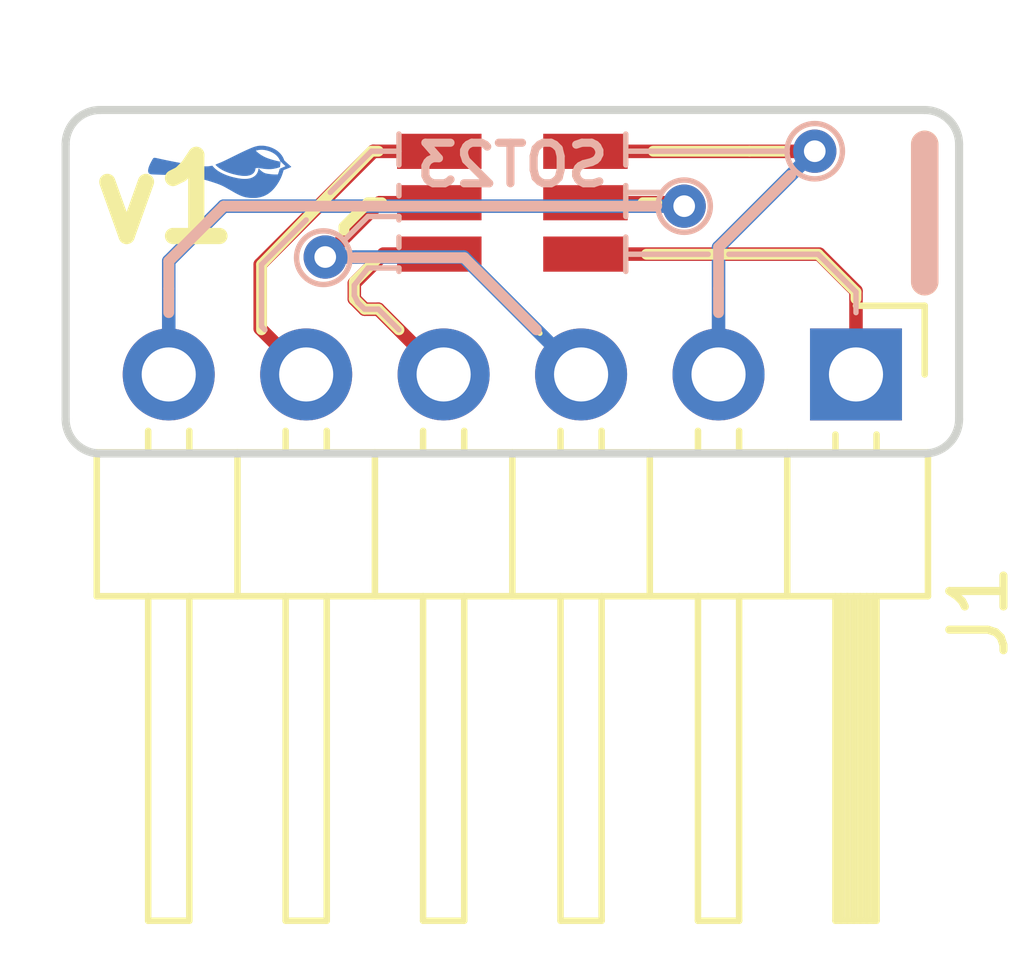
<source format=kicad_pcb>
(kicad_pcb (version 20171130) (host pcbnew "(5.0.0-3-g5ebb6b6)")

  (general
    (thickness 1.6)
    (drawings 81)
    (tracks 32)
    (zones 0)
    (modules 3)
    (nets 7)
  )

  (page A4)
  (layers
    (0 F.Cu signal)
    (31 B.Cu signal)
    (32 B.Adhes user)
    (33 F.Adhes user)
    (34 B.Paste user)
    (35 F.Paste user)
    (36 B.SilkS user)
    (37 F.SilkS user)
    (38 B.Mask user)
    (39 F.Mask user)
    (40 Dwgs.User user)
    (41 Cmts.User user)
    (42 Eco1.User user)
    (43 Eco2.User user)
    (44 Edge.Cuts user)
    (45 Margin user)
    (46 B.CrtYd user)
    (47 F.CrtYd user)
    (48 B.Fab user)
    (49 F.Fab user)
  )

  (setup
    (last_trace_width 0.25)
    (trace_clearance 0.2)
    (zone_clearance 0.508)
    (zone_45_only no)
    (trace_min 0.2)
    (segment_width 0.1)
    (edge_width 0.15)
    (via_size 0.8)
    (via_drill 0.4)
    (via_min_size 0.4)
    (via_min_drill 0.3)
    (uvia_size 0.3)
    (uvia_drill 0.1)
    (uvias_allowed no)
    (uvia_min_size 0.2)
    (uvia_min_drill 0.1)
    (pcb_text_width 0.3)
    (pcb_text_size 1.5 1.5)
    (mod_edge_width 0.15)
    (mod_text_size 1 1)
    (mod_text_width 0.15)
    (pad_size 1.524 1.524)
    (pad_drill 0.762)
    (pad_to_mask_clearance 0.2)
    (aux_axis_origin 0 0)
    (visible_elements FFFFFF7F)
    (pcbplotparams
      (layerselection 0x010fc_ffffffff)
      (usegerberextensions false)
      (usegerberattributes false)
      (usegerberadvancedattributes false)
      (creategerberjobfile false)
      (excludeedgelayer true)
      (linewidth 0.100000)
      (plotframeref false)
      (viasonmask false)
      (mode 1)
      (useauxorigin false)
      (hpglpennumber 1)
      (hpglpenspeed 20)
      (hpglpendiameter 15.000000)
      (psnegative false)
      (psa4output false)
      (plotreference true)
      (plotvalue true)
      (plotinvisibletext false)
      (padsonsilk false)
      (subtractmaskfromsilk false)
      (outputformat 1)
      (mirror false)
      (drillshape 1)
      (scaleselection 1)
      (outputdirectory ""))
  )

  (net 0 "")
  (net 1 "Net-(J1-Pad1)")
  (net 2 "Net-(J1-Pad2)")
  (net 3 "Net-(J1-Pad3)")
  (net 4 "Net-(J1-Pad4)")
  (net 5 "Net-(J1-Pad5)")
  (net 6 "Net-(J1-Pad6)")

  (net_class Default "This is the default net class."
    (clearance 0.2)
    (trace_width 0.25)
    (via_dia 0.8)
    (via_drill 0.4)
    (uvia_dia 0.3)
    (uvia_drill 0.1)
    (add_net "Net-(J1-Pad1)")
    (add_net "Net-(J1-Pad2)")
    (add_net "Net-(J1-Pad3)")
    (add_net "Net-(J1-Pad4)")
    (add_net "Net-(J1-Pad5)")
    (add_net "Net-(J1-Pad6)")
  )

  (module Package_TO_SOT_SMD:SOT-23-6_Handsoldering (layer F.Cu) (tedit 5BF62982) (tstamp 5C026A12)
    (at 149.86 77.9145 180)
    (descr "6-pin SOT-23 package, Handsoldering")
    (tags "SOT-23-6 Handsoldering")
    (path /5BF624E5)
    (attr smd)
    (fp_text reference U1 (at 0 -2.9 180) (layer F.SilkS) hide
      (effects (font (size 1 1) (thickness 0.15)))
    )
    (fp_text value TPS22929D (at 0 2.9 180) (layer F.Fab)
      (effects (font (size 1 1) (thickness 0.15)))
    )
    (fp_text user %R (at 0 0 270) (layer F.Fab)
      (effects (font (size 0.5 0.5) (thickness 0.075)))
    )
    (fp_line (start -2.4 1.8) (end -2.4 -1.8) (layer F.CrtYd) (width 0.05))
    (fp_line (start 2.4 1.8) (end -2.4 1.8) (layer F.CrtYd) (width 0.05))
    (fp_line (start 2.4 -1.8) (end 2.4 1.8) (layer F.CrtYd) (width 0.05))
    (fp_line (start -2.4 -1.8) (end 2.4 -1.8) (layer F.CrtYd) (width 0.05))
    (fp_line (start -0.9 -0.9) (end -0.25 -1.55) (layer F.Fab) (width 0.1))
    (fp_line (start 0.9 -1.55) (end -0.25 -1.55) (layer F.Fab) (width 0.1))
    (fp_line (start -0.9 -0.9) (end -0.9 1.55) (layer F.Fab) (width 0.1))
    (fp_line (start 0.9 1.55) (end -0.9 1.55) (layer F.Fab) (width 0.1))
    (fp_line (start 0.9 -1.55) (end 0.9 1.55) (layer F.Fab) (width 0.1))
    (pad 1 smd rect (at -1.35 -0.95 180) (size 1.56 0.65) (layers F.Cu F.Paste F.Mask)
      (net 1 "Net-(J1-Pad1)"))
    (pad 2 smd rect (at -1.35 0 180) (size 1.56 0.65) (layers F.Cu F.Paste F.Mask)
      (net 6 "Net-(J1-Pad6)"))
    (pad 3 smd rect (at -1.35 0.95 180) (size 1.56 0.65) (layers F.Cu F.Paste F.Mask)
      (net 2 "Net-(J1-Pad2)"))
    (pad 4 smd rect (at 1.35 0.95 180) (size 1.56 0.65) (layers F.Cu F.Paste F.Mask)
      (net 5 "Net-(J1-Pad5)"))
    (pad 6 smd rect (at 1.35 -0.95 180) (size 1.56 0.65) (layers F.Cu F.Paste F.Mask)
      (net 4 "Net-(J1-Pad4)"))
    (pad 5 smd rect (at 1.35 0 180) (size 1.56 0.65) (layers F.Cu F.Paste F.Mask)
      (net 3 "Net-(J1-Pad3)"))
    (model ${KISYS3DMOD}/Package_TO_SOT_SMD.3dshapes/SOT-23-6.wrl
      (at (xyz 0 0 0))
      (scale (xyz 1 1 1))
      (rotate (xyz 0 0 0))
    )
  )

  (module Connector_PinHeader_2.54mm:PinHeader_1x06_P2.54mm_Horizontal (layer F.Cu) (tedit 59FED5CB) (tstamp 5C026460)
    (at 156.21 81.0895 270)
    (descr "Through hole angled pin header, 1x06, 2.54mm pitch, 6mm pin length, single row")
    (tags "Through hole angled pin header THT 1x06 2.54mm single row")
    (path /5BF6238F)
    (fp_text reference J1 (at 4.385 -2.27 270) (layer F.SilkS)
      (effects (font (size 1 1) (thickness 0.15)))
    )
    (fp_text value Conn_01x06_Male (at 4.385 14.97 270) (layer F.Fab)
      (effects (font (size 1 1) (thickness 0.15)))
    )
    (fp_line (start 2.135 -1.27) (end 4.04 -1.27) (layer F.Fab) (width 0.1))
    (fp_line (start 4.04 -1.27) (end 4.04 13.97) (layer F.Fab) (width 0.1))
    (fp_line (start 4.04 13.97) (end 1.5 13.97) (layer F.Fab) (width 0.1))
    (fp_line (start 1.5 13.97) (end 1.5 -0.635) (layer F.Fab) (width 0.1))
    (fp_line (start 1.5 -0.635) (end 2.135 -1.27) (layer F.Fab) (width 0.1))
    (fp_line (start -0.32 -0.32) (end 1.5 -0.32) (layer F.Fab) (width 0.1))
    (fp_line (start -0.32 -0.32) (end -0.32 0.32) (layer F.Fab) (width 0.1))
    (fp_line (start -0.32 0.32) (end 1.5 0.32) (layer F.Fab) (width 0.1))
    (fp_line (start 4.04 -0.32) (end 10.04 -0.32) (layer F.Fab) (width 0.1))
    (fp_line (start 10.04 -0.32) (end 10.04 0.32) (layer F.Fab) (width 0.1))
    (fp_line (start 4.04 0.32) (end 10.04 0.32) (layer F.Fab) (width 0.1))
    (fp_line (start -0.32 2.22) (end 1.5 2.22) (layer F.Fab) (width 0.1))
    (fp_line (start -0.32 2.22) (end -0.32 2.86) (layer F.Fab) (width 0.1))
    (fp_line (start -0.32 2.86) (end 1.5 2.86) (layer F.Fab) (width 0.1))
    (fp_line (start 4.04 2.22) (end 10.04 2.22) (layer F.Fab) (width 0.1))
    (fp_line (start 10.04 2.22) (end 10.04 2.86) (layer F.Fab) (width 0.1))
    (fp_line (start 4.04 2.86) (end 10.04 2.86) (layer F.Fab) (width 0.1))
    (fp_line (start -0.32 4.76) (end 1.5 4.76) (layer F.Fab) (width 0.1))
    (fp_line (start -0.32 4.76) (end -0.32 5.4) (layer F.Fab) (width 0.1))
    (fp_line (start -0.32 5.4) (end 1.5 5.4) (layer F.Fab) (width 0.1))
    (fp_line (start 4.04 4.76) (end 10.04 4.76) (layer F.Fab) (width 0.1))
    (fp_line (start 10.04 4.76) (end 10.04 5.4) (layer F.Fab) (width 0.1))
    (fp_line (start 4.04 5.4) (end 10.04 5.4) (layer F.Fab) (width 0.1))
    (fp_line (start -0.32 7.3) (end 1.5 7.3) (layer F.Fab) (width 0.1))
    (fp_line (start -0.32 7.3) (end -0.32 7.94) (layer F.Fab) (width 0.1))
    (fp_line (start -0.32 7.94) (end 1.5 7.94) (layer F.Fab) (width 0.1))
    (fp_line (start 4.04 7.3) (end 10.04 7.3) (layer F.Fab) (width 0.1))
    (fp_line (start 10.04 7.3) (end 10.04 7.94) (layer F.Fab) (width 0.1))
    (fp_line (start 4.04 7.94) (end 10.04 7.94) (layer F.Fab) (width 0.1))
    (fp_line (start -0.32 9.84) (end 1.5 9.84) (layer F.Fab) (width 0.1))
    (fp_line (start -0.32 9.84) (end -0.32 10.48) (layer F.Fab) (width 0.1))
    (fp_line (start -0.32 10.48) (end 1.5 10.48) (layer F.Fab) (width 0.1))
    (fp_line (start 4.04 9.84) (end 10.04 9.84) (layer F.Fab) (width 0.1))
    (fp_line (start 10.04 9.84) (end 10.04 10.48) (layer F.Fab) (width 0.1))
    (fp_line (start 4.04 10.48) (end 10.04 10.48) (layer F.Fab) (width 0.1))
    (fp_line (start -0.32 12.38) (end 1.5 12.38) (layer F.Fab) (width 0.1))
    (fp_line (start -0.32 12.38) (end -0.32 13.02) (layer F.Fab) (width 0.1))
    (fp_line (start -0.32 13.02) (end 1.5 13.02) (layer F.Fab) (width 0.1))
    (fp_line (start 4.04 12.38) (end 10.04 12.38) (layer F.Fab) (width 0.1))
    (fp_line (start 10.04 12.38) (end 10.04 13.02) (layer F.Fab) (width 0.1))
    (fp_line (start 4.04 13.02) (end 10.04 13.02) (layer F.Fab) (width 0.1))
    (fp_line (start 1.44 -1.33) (end 1.44 14.03) (layer F.SilkS) (width 0.12))
    (fp_line (start 1.44 14.03) (end 4.1 14.03) (layer F.SilkS) (width 0.12))
    (fp_line (start 4.1 14.03) (end 4.1 -1.33) (layer F.SilkS) (width 0.12))
    (fp_line (start 4.1 -1.33) (end 1.44 -1.33) (layer F.SilkS) (width 0.12))
    (fp_line (start 4.1 -0.38) (end 10.1 -0.38) (layer F.SilkS) (width 0.12))
    (fp_line (start 10.1 -0.38) (end 10.1 0.38) (layer F.SilkS) (width 0.12))
    (fp_line (start 10.1 0.38) (end 4.1 0.38) (layer F.SilkS) (width 0.12))
    (fp_line (start 4.1 -0.32) (end 10.1 -0.32) (layer F.SilkS) (width 0.12))
    (fp_line (start 4.1 -0.2) (end 10.1 -0.2) (layer F.SilkS) (width 0.12))
    (fp_line (start 4.1 -0.08) (end 10.1 -0.08) (layer F.SilkS) (width 0.12))
    (fp_line (start 4.1 0.04) (end 10.1 0.04) (layer F.SilkS) (width 0.12))
    (fp_line (start 4.1 0.16) (end 10.1 0.16) (layer F.SilkS) (width 0.12))
    (fp_line (start 4.1 0.28) (end 10.1 0.28) (layer F.SilkS) (width 0.12))
    (fp_line (start 1.11 -0.38) (end 1.44 -0.38) (layer F.SilkS) (width 0.12))
    (fp_line (start 1.11 0.38) (end 1.44 0.38) (layer F.SilkS) (width 0.12))
    (fp_line (start 1.44 1.27) (end 4.1 1.27) (layer F.SilkS) (width 0.12))
    (fp_line (start 4.1 2.16) (end 10.1 2.16) (layer F.SilkS) (width 0.12))
    (fp_line (start 10.1 2.16) (end 10.1 2.92) (layer F.SilkS) (width 0.12))
    (fp_line (start 10.1 2.92) (end 4.1 2.92) (layer F.SilkS) (width 0.12))
    (fp_line (start 1.042929 2.16) (end 1.44 2.16) (layer F.SilkS) (width 0.12))
    (fp_line (start 1.042929 2.92) (end 1.44 2.92) (layer F.SilkS) (width 0.12))
    (fp_line (start 1.44 3.81) (end 4.1 3.81) (layer F.SilkS) (width 0.12))
    (fp_line (start 4.1 4.7) (end 10.1 4.7) (layer F.SilkS) (width 0.12))
    (fp_line (start 10.1 4.7) (end 10.1 5.46) (layer F.SilkS) (width 0.12))
    (fp_line (start 10.1 5.46) (end 4.1 5.46) (layer F.SilkS) (width 0.12))
    (fp_line (start 1.042929 4.7) (end 1.44 4.7) (layer F.SilkS) (width 0.12))
    (fp_line (start 1.042929 5.46) (end 1.44 5.46) (layer F.SilkS) (width 0.12))
    (fp_line (start 1.44 6.35) (end 4.1 6.35) (layer F.SilkS) (width 0.12))
    (fp_line (start 4.1 7.24) (end 10.1 7.24) (layer F.SilkS) (width 0.12))
    (fp_line (start 10.1 7.24) (end 10.1 8) (layer F.SilkS) (width 0.12))
    (fp_line (start 10.1 8) (end 4.1 8) (layer F.SilkS) (width 0.12))
    (fp_line (start 1.042929 7.24) (end 1.44 7.24) (layer F.SilkS) (width 0.12))
    (fp_line (start 1.042929 8) (end 1.44 8) (layer F.SilkS) (width 0.12))
    (fp_line (start 1.44 8.89) (end 4.1 8.89) (layer F.SilkS) (width 0.12))
    (fp_line (start 4.1 9.78) (end 10.1 9.78) (layer F.SilkS) (width 0.12))
    (fp_line (start 10.1 9.78) (end 10.1 10.54) (layer F.SilkS) (width 0.12))
    (fp_line (start 10.1 10.54) (end 4.1 10.54) (layer F.SilkS) (width 0.12))
    (fp_line (start 1.042929 9.78) (end 1.44 9.78) (layer F.SilkS) (width 0.12))
    (fp_line (start 1.042929 10.54) (end 1.44 10.54) (layer F.SilkS) (width 0.12))
    (fp_line (start 1.44 11.43) (end 4.1 11.43) (layer F.SilkS) (width 0.12))
    (fp_line (start 4.1 12.32) (end 10.1 12.32) (layer F.SilkS) (width 0.12))
    (fp_line (start 10.1 12.32) (end 10.1 13.08) (layer F.SilkS) (width 0.12))
    (fp_line (start 10.1 13.08) (end 4.1 13.08) (layer F.SilkS) (width 0.12))
    (fp_line (start 1.042929 12.32) (end 1.44 12.32) (layer F.SilkS) (width 0.12))
    (fp_line (start 1.042929 13.08) (end 1.44 13.08) (layer F.SilkS) (width 0.12))
    (fp_line (start -1.27 0) (end -1.27 -1.27) (layer F.SilkS) (width 0.12))
    (fp_line (start -1.27 -1.27) (end 0 -1.27) (layer F.SilkS) (width 0.12))
    (fp_line (start -1.8 -1.8) (end -1.8 14.5) (layer F.CrtYd) (width 0.05))
    (fp_line (start -1.8 14.5) (end 10.55 14.5) (layer F.CrtYd) (width 0.05))
    (fp_line (start 10.55 14.5) (end 10.55 -1.8) (layer F.CrtYd) (width 0.05))
    (fp_line (start 10.55 -1.8) (end -1.8 -1.8) (layer F.CrtYd) (width 0.05))
    (fp_text user %R (at 2.77 6.35) (layer F.Fab)
      (effects (font (size 1 1) (thickness 0.15)))
    )
    (pad 1 thru_hole rect (at 0 0 270) (size 1.7 1.7) (drill 1) (layers *.Cu *.Mask)
      (net 1 "Net-(J1-Pad1)"))
    (pad 2 thru_hole oval (at 0 2.54 270) (size 1.7 1.7) (drill 1) (layers *.Cu *.Mask)
      (net 2 "Net-(J1-Pad2)"))
    (pad 3 thru_hole oval (at 0 5.08 270) (size 1.7 1.7) (drill 1) (layers *.Cu *.Mask)
      (net 3 "Net-(J1-Pad3)"))
    (pad 4 thru_hole oval (at 0 7.62 270) (size 1.7 1.7) (drill 1) (layers *.Cu *.Mask)
      (net 4 "Net-(J1-Pad4)"))
    (pad 5 thru_hole oval (at 0 10.16 270) (size 1.7 1.7) (drill 1) (layers *.Cu *.Mask)
      (net 5 "Net-(J1-Pad5)"))
    (pad 6 thru_hole oval (at 0 12.7 270) (size 1.7 1.7) (drill 1) (layers *.Cu *.Mask)
      (net 6 "Net-(J1-Pad6)"))
    (model ${KISYS3DMOD}/Connector_PinHeader_2.54mm.3dshapes/PinHeader_1x06_P2.54mm_Horizontal.wrl
      (at (xyz 0 0 0))
      (scale (xyz 1 1 1))
      (rotate (xyz 0 0 0))
    )
  )

  (module chickadee:chickadee_1mm_fcu (layer B.Cu) (tedit 0) (tstamp 5C0E4512)
    (at 144.4625 77.343 180)
    (fp_text reference G*** (at 0 0 180) (layer B.SilkS) hide
      (effects (font (size 1.524 1.524) (thickness 0.3)) (justify mirror))
    )
    (fp_text value LOGO (at 0.75 0 180) (layer B.SilkS) hide
      (effects (font (size 1.524 1.524) (thickness 0.3)) (justify mirror))
    )
    (fp_poly (pts (xy -0.740218 0.506365) (xy -0.727246 0.505756) (xy -0.714938 0.504703) (xy -0.702716 0.50316)
      (xy -0.690001 0.501082) (xy -0.681416 0.499466) (xy -0.668742 0.496844) (xy -0.656651 0.494038)
      (xy -0.644785 0.490934) (xy -0.632786 0.487418) (xy -0.620294 0.483375) (xy -0.606953 0.478691)
      (xy -0.592402 0.473251) (xy -0.576284 0.466941) (xy -0.56409 0.462032) (xy -0.5479 0.455381)
      (xy -0.531464 0.448477) (xy -0.514643 0.441253) (xy -0.497298 0.433646) (xy -0.479292 0.42559)
      (xy -0.460485 0.417021) (xy -0.440738 0.407873) (xy -0.419914 0.398081) (xy -0.397874 0.38758)
      (xy -0.374478 0.376306) (xy -0.349589 0.364193) (xy -0.323068 0.351176) (xy -0.294776 0.337191)
      (xy -0.264575 0.322172) (xy -0.244771 0.312282) (xy -0.216755 0.298298) (xy -0.190721 0.285361)
      (xy -0.166506 0.273396) (xy -0.143949 0.262329) (xy -0.122888 0.252085) (xy -0.103161 0.242591)
      (xy -0.084605 0.233772) (xy -0.06706 0.225553) (xy -0.050362 0.21786) (xy -0.034351 0.210619)
      (xy -0.018864 0.203756) (xy -0.003738 0.197195) (xy 0.011187 0.190863) (xy 0.026074 0.184686)
      (xy 0.041084 0.178588) (xy 0.05638 0.172496) (xy 0.072124 0.166335) (xy 0.078014 0.164054)
      (xy 0.086239 0.16087) (xy 0.093878 0.157898) (xy 0.100592 0.15527) (xy 0.106042 0.153121)
      (xy 0.10989 0.151582) (xy 0.111739 0.150813) (xy 0.115226 0.14925) (xy 0.106187 0.138427)
      (xy 0.091936 0.122587) (xy 0.075546 0.106554) (xy 0.057264 0.090517) (xy 0.03734 0.074664)
      (xy 0.016022 0.059185) (xy -0.006442 0.044268) (xy -0.029801 0.030102) (xy -0.053808 0.016876)
      (xy -0.054429 0.016551) (xy -0.085769 0.001162) (xy -0.119063 -0.013354) (xy -0.153971 -0.026898)
      (xy -0.190155 -0.03937) (xy -0.227276 -0.050672) (xy -0.264996 -0.060705) (xy -0.302977 -0.069369)
      (xy -0.340879 -0.076567) (xy -0.378365 -0.082198) (xy -0.401562 -0.084891) (xy -0.408439 -0.085432)
      (xy -0.417079 -0.085856) (xy -0.427032 -0.086164) (xy -0.437848 -0.086356) (xy -0.449077 -0.086432)
      (xy -0.460268 -0.086392) (xy -0.470971 -0.086235) (xy -0.480737 -0.085962) (xy -0.489114 -0.085572)
      (xy -0.495654 -0.085066) (xy -0.497115 -0.084901) (xy -0.521178 -0.08105) (xy -0.543361 -0.075721)
      (xy -0.563654 -0.068916) (xy -0.582044 -0.06064) (xy -0.598522 -0.050896) (xy -0.604822 -0.046404)
      (xy -0.618758 -0.034555) (xy -0.630647 -0.021498) (xy -0.640609 -0.007068) (xy -0.648764 0.008901)
      (xy -0.652863 0.019352) (xy -0.656022 0.029007) (xy -0.658281 0.037785) (xy -0.659761 0.046453)
      (xy -0.660585 0.055776) (xy -0.660874 0.06652) (xy -0.660876 0.069704) (xy -0.660808 0.089212)
      (xy -0.668705 0.090022) (xy -0.676603 0.090831) (xy -0.685132 0.085027) (xy -0.693662 0.079224)
      (xy -0.694015 0.067733) (xy -0.693479 0.051628) (xy -0.691017 0.034785) (xy -0.686778 0.017706)
      (xy -0.680911 0.000896) (xy -0.673565 -0.015142) (xy -0.665172 -0.029481) (xy -0.652904 -0.045887)
      (xy -0.638847 -0.060669) (xy -0.623008 -0.073824) (xy -0.605394 -0.085348) (xy -0.586013 -0.095238)
      (xy -0.56487 -0.103489) (xy -0.541975 -0.110098) (xy -0.517333 -0.115063) (xy -0.490951 -0.118378)
      (xy -0.487918 -0.118644) (xy -0.478325 -0.11922) (xy -0.466867 -0.119531) (xy -0.454084 -0.11959)
      (xy -0.440513 -0.11941) (xy -0.426694 -0.119005) (xy -0.413164 -0.118386) (xy -0.400463 -0.117567)
      (xy -0.389129 -0.116562) (xy -0.385652 -0.116176) (xy -0.347121 -0.110836) (xy -0.30805 -0.103876)
      (xy -0.268821 -0.095403) (xy -0.229814 -0.085524) (xy -0.191411 -0.074345) (xy -0.153991 -0.061972)
      (xy -0.117937 -0.048512) (xy -0.083629 -0.03407) (xy -0.071241 -0.0284) (xy -0.041296 -0.013587)
      (xy -0.012555 0.002198) (xy 0.014822 0.018839) (xy 0.040677 0.03622) (xy 0.064854 0.054226)
      (xy 0.087192 0.072741) (xy 0.107535 0.091649) (xy 0.125724 0.110834) (xy 0.136583 0.123731)
      (xy 0.141664 0.129921) (xy 0.14549 0.134197) (xy 0.148154 0.136652) (xy 0.149746 0.13738)
      (xy 0.149865 0.137358) (xy 0.154862 0.13611) (xy 0.161873 0.134695) (xy 0.170501 0.13317)
      (xy 0.180352 0.131591) (xy 0.191031 0.130016) (xy 0.202141 0.128502) (xy 0.213288 0.127106)
      (xy 0.224076 0.125885) (xy 0.23411 0.124896) (xy 0.238881 0.124494) (xy 0.249255 0.123899)
      (xy 0.260746 0.123665) (xy 0.273504 0.123803) (xy 0.287683 0.124321) (xy 0.303434 0.125229)
      (xy 0.320911 0.126536) (xy 0.340265 0.12825) (xy 0.36165 0.130382) (xy 0.385216 0.132941)
      (xy 0.39249 0.133765) (xy 0.426067 0.137815) (xy 0.461866 0.142542) (xy 0.499791 0.147928)
      (xy 0.539748 0.153956) (xy 0.581641 0.160608) (xy 0.625375 0.167868) (xy 0.670854 0.175717)
      (xy 0.717983 0.184139) (xy 0.766666 0.193116) (xy 0.816809 0.20263) (xy 0.868316 0.212665)
      (xy 0.921091 0.223203) (xy 0.97504 0.234227) (xy 1.030066 0.245718) (xy 1.086076 0.257661)
      (xy 1.142972 0.270037) (xy 1.152676 0.272172) (xy 1.163487 0.274537) (xy 1.173796 0.276759)
      (xy 1.183312 0.278778) (xy 1.191742 0.280533) (xy 1.198794 0.281963) (xy 1.204178 0.283009)
      (xy 1.207601 0.28361) (xy 1.208314 0.283708) (xy 1.217701 0.283679) (xy 1.227633 0.281761)
      (xy 1.237487 0.278181) (xy 1.246639 0.273167) (xy 1.254467 0.266949) (xy 1.254712 0.26671)
      (xy 1.2584 0.262472) (xy 1.262934 0.256257) (xy 1.268185 0.248303) (xy 1.274022 0.238847)
      (xy 1.280315 0.228126) (xy 1.286935 0.216377) (xy 1.293752 0.203836) (xy 1.300636 0.190741)
      (xy 1.307456 0.17733) (xy 1.314084 0.163838) (xy 1.32039 0.150504) (xy 1.326242 0.137563)
      (xy 1.329236 0.130667) (xy 1.338657 0.107031) (xy 1.346158 0.08477) (xy 1.351736 0.063898)
      (xy 1.355389 0.044425) (xy 1.357117 0.026362) (xy 1.356916 0.00972) (xy 1.354787 -0.005488)
      (xy 1.350961 -0.018636) (xy 1.347676 -0.025583) (xy 1.343025 -0.033096) (xy 1.337609 -0.040329)
      (xy 1.332025 -0.046437) (xy 1.329973 -0.048295) (xy 1.324697 -0.052378) (xy 1.318999 -0.055984)
      (xy 1.312693 -0.059149) (xy 1.305592 -0.061911) (xy 1.29751 -0.064308) (xy 1.28826 -0.066378)
      (xy 1.277656 -0.068158) (xy 1.265511 -0.069686) (xy 1.251638 -0.071001) (xy 1.235851 -0.072139)
      (xy 1.217964 -0.073138) (xy 1.204081 -0.073777) (xy 1.197302 -0.074044) (xy 1.188447 -0.074357)
      (xy 1.177857 -0.074707) (xy 1.165873 -0.075084) (xy 1.152838 -0.075475) (xy 1.139094 -0.075872)
      (xy 1.124981 -0.076264) (xy 1.110842 -0.07664) (xy 1.10369 -0.076824) (xy 1.067359 -0.077782)
      (xy 1.033242 -0.078764) (xy 1.001133 -0.079779) (xy 0.970826 -0.080837) (xy 0.942116 -0.081948)
      (xy 0.914798 -0.083123) (xy 0.888666 -0.084372) (xy 0.863515 -0.085705) (xy 0.839139 -0.087131)
      (xy 0.815333 -0.088661) (xy 0.791891 -0.090305) (xy 0.768608 -0.092073) (xy 0.745278 -0.093976)
      (xy 0.732971 -0.095029) (xy 0.680717 -0.099937) (xy 0.630485 -0.105429) (xy 0.581936 -0.111574)
      (xy 0.53473 -0.118444) (xy 0.488526 -0.126107) (xy 0.442986 -0.134635) (xy 0.397768 -0.144097)
      (xy 0.352533 -0.154564) (xy 0.306941 -0.166105) (xy 0.260651 -0.178791) (xy 0.213325 -0.192692)
      (xy 0.164622 -0.207878) (xy 0.127605 -0.219948) (xy 0.108181 -0.226428) (xy 0.090206 -0.232519)
      (xy 0.073482 -0.238313) (xy 0.057815 -0.243901) (xy 0.043007 -0.249374) (xy 0.028863 -0.254823)
      (xy 0.015187 -0.260341) (xy 0.001782 -0.266017) (xy -0.011546 -0.271944) (xy -0.024995 -0.278212)
      (xy -0.03876 -0.284913) (xy -0.053037 -0.292138) (xy -0.068022 -0.299979) (xy -0.083912 -0.308526)
      (xy -0.100902 -0.317871) (xy -0.119188 -0.328106) (xy -0.138967 -0.33932) (xy -0.160434 -0.351606)
      (xy -0.182638 -0.364394) (xy -0.199847 -0.374312) (xy -0.215197 -0.383126) (xy -0.228913 -0.390959)
      (xy -0.241219 -0.397936) (xy -0.252341 -0.404181) (xy -0.262504 -0.409818) (xy -0.271932 -0.41497)
      (xy -0.280851 -0.419762) (xy -0.289485 -0.424318) (xy -0.298059 -0.428761) (xy -0.306798 -0.433216)
      (xy -0.314476 -0.437081) (xy -0.336871 -0.448025) (xy -0.357712 -0.457612) (xy -0.377359 -0.465965)
      (xy -0.396171 -0.473207) (xy -0.414507 -0.479463) (xy -0.432725 -0.484858) (xy -0.451186 -0.489514)
      (xy -0.470246 -0.493555) (xy -0.486523 -0.496489) (xy -0.506846 -0.499706) (xy -0.525561 -0.502234)
      (xy -0.543361 -0.504129) (xy -0.56094 -0.505448) (xy -0.57899 -0.506246) (xy -0.598206 -0.506579)
      (xy -0.611415 -0.506574) (xy -0.620531 -0.506506) (xy -0.629117 -0.506417) (xy -0.636799 -0.506315)
      (xy -0.643201 -0.506203) (xy -0.647949 -0.506089) (xy -0.650667 -0.505977) (xy -0.650724 -0.505973)
      (xy -0.68194 -0.502882) (xy -0.712732 -0.498204) (xy -0.742805 -0.492014) (xy -0.771868 -0.484388)
      (xy -0.799627 -0.4754) (xy -0.825787 -0.465126) (xy -0.845557 -0.455937) (xy -0.874986 -0.439858)
      (xy -0.903658 -0.421501) (xy -0.931547 -0.400894) (xy -0.958627 -0.378065) (xy -0.984871 -0.353043)
      (xy -1.010253 -0.325855) (xy -1.034748 -0.29653) (xy -1.058329 -0.265096) (xy -1.08097 -0.23158)
      (xy -1.102645 -0.196012) (xy -1.123328 -0.158418) (xy -1.124812 -0.15557) (xy -1.1375 -0.129851)
      (xy -1.149333 -0.103196) (xy -1.160434 -0.075284) (xy -1.170927 -0.045797) (xy -1.180933 -0.014413)
      (xy -1.186591 0.004883) (xy -1.189185 0.013999) (xy -1.273438 0.047985) (xy -1.286973 0.053462)
      (xy -1.299836 0.0587) (xy -1.311852 0.063627) (xy -1.322848 0.068169) (xy -1.332651 0.072255)
      (xy -1.341087 0.07581) (xy -1.347981 0.078763) (xy -1.353162 0.081041) (xy -1.356455 0.082571)
      (xy -1.357686 0.08328) (xy -1.357691 0.083296) (xy -1.356808 0.084282) (xy -1.354247 0.086755)
      (xy -1.350138 0.090596) (xy -1.344613 0.095686) (xy -1.337802 0.101906) (xy -1.329837 0.109136)
      (xy -1.320848 0.117259) (xy -1.310966 0.126155) (xy -1.300322 0.135705) (xy -1.289047 0.145791)
      (xy -1.280281 0.153612) (xy -1.202872 0.222603) (xy -1.197942 0.236221) (xy -1.188227 0.260247)
      (xy -1.176828 0.283185) (xy -1.163605 0.305244) (xy -1.148419 0.326632) (xy -1.131131 0.347559)
      (xy -1.1116 0.368232) (xy -1.105981 0.373743) (xy -1.082901 0.394375) (xy -1.058013 0.413466)
      (xy -1.031406 0.430968) (xy -1.003171 0.446838) (xy -0.973399 0.46103) (xy -0.942181 0.473498)
      (xy -0.909608 0.484198) (xy -0.87577 0.493083) (xy -0.859972 0.496514) (xy -0.84475 0.499475)
      (xy -0.831131 0.501797) (xy -0.818407 0.503556) (xy -0.805872 0.504833) (xy -0.792818 0.505704)
      (xy -0.778538 0.50625) (xy -0.770467 0.506429) (xy -0.754432 0.506574) (xy -0.740218 0.506365)) (layer B.Mask) (width 0.01))
    (fp_poly (pts (xy -0.751055 0.478262) (xy -0.740197 0.47809) (xy -0.730723 0.47773) (xy -0.722118 0.477141)
      (xy -0.713865 0.47628) (xy -0.70545 0.475105) (xy -0.696354 0.473575) (xy -0.688824 0.472178)
      (xy -0.668645 0.467802) (xy -0.647697 0.462293) (xy -0.626971 0.455938) (xy -0.607454 0.449022)
      (xy -0.603553 0.447505) (xy -0.588749 0.44161) (xy -0.57422 0.435735) (xy -0.559834 0.429816)
      (xy -0.545459 0.423793) (xy -0.53096 0.417604) (xy -0.516205 0.411186) (xy -0.501061 0.404479)
      (xy -0.485395 0.397419) (xy -0.469075 0.389946) (xy -0.451967 0.381996) (xy -0.433938 0.37351)
      (xy -0.414856 0.364424) (xy -0.394588 0.354676) (xy -0.373001 0.344206) (xy -0.349961 0.33295)
      (xy -0.325337 0.320848) (xy -0.298994 0.307837) (xy -0.270801 0.293855) (xy -0.240623 0.278841)
      (xy -0.232834 0.274959) (xy -0.20683 0.262019) (xy -0.1828 0.250113) (xy -0.160573 0.239163)
      (xy -0.139975 0.229088) (xy -0.120835 0.219809) (xy -0.102979 0.211246) (xy -0.086235 0.20332)
      (xy -0.07043 0.195951) (xy -0.055393 0.189059) (xy -0.040951 0.182566) (xy -0.02693 0.17639)
      (xy -0.013159 0.170453) (xy 0.000534 0.164675) (xy 0.014324 0.158976) (xy 0.02838 0.153277)
      (xy 0.042878 0.147498) (xy 0.045892 0.146307) (xy 0.05462 0.14283) (xy 0.062601 0.139584)
      (xy 0.06956 0.136687) (xy 0.075225 0.134254) (xy 0.079322 0.132403) (xy 0.081579 0.131249)
      (xy 0.081934 0.130963) (xy 0.081281 0.129584) (xy 0.07909 0.126875) (xy 0.075635 0.123103)
      (xy 0.071192 0.118538) (xy 0.066037 0.113451) (xy 0.060445 0.108109) (xy 0.05469 0.102784)
      (xy 0.049048 0.097743) (xy 0.043794 0.093257) (xy 0.041602 0.091469) (xy 0.016105 0.072406)
      (xy -0.011573 0.054311) (xy -0.041388 0.037201) (xy -0.073297 0.021095) (xy -0.107257 0.006011)
      (xy -0.143223 -0.008033) (xy -0.181152 -0.02102) (xy -0.221001 -0.032931) (xy -0.262726 -0.043748)
      (xy -0.306283 -0.053453) (xy -0.313267 -0.054872) (xy -0.343166 -0.060463) (xy -0.371156 -0.064855)
      (xy -0.397423 -0.068061) (xy -0.422151 -0.070093) (xy -0.445525 -0.070965) (xy -0.467729 -0.070691)
      (xy -0.488949 -0.069283) (xy -0.498813 -0.068212) (xy -0.521261 -0.064581) (xy -0.541954 -0.059417)
      (xy -0.560863 -0.052737) (xy -0.577961 -0.044558) (xy -0.593218 -0.034896) (xy -0.606606 -0.023767)
      (xy -0.618098 -0.011189) (xy -0.627664 0.002822) (xy -0.63124 0.009407) (xy -0.635566 0.018965)
      (xy -0.639065 0.029004) (xy -0.641871 0.040027) (xy -0.644115 0.052536) (xy -0.645611 0.064095)
      (xy -0.646492 0.071948) (xy -0.670077 0.074004) (xy -0.677448 0.074643) (xy -0.684042 0.075209)
      (xy -0.689461 0.075667) (xy -0.693306 0.075984) (xy -0.695181 0.076127) (xy -0.695245 0.07613)
      (xy -0.696266 0.076844) (xy -0.696114 0.077357) (xy -0.696736 0.077875) (xy -0.699043 0.078007)
      (xy -0.70234 0.077811) (xy -0.705932 0.077344) (xy -0.709125 0.076664) (xy -0.710595 0.076163)
      (xy -0.712484 0.075643) (xy -0.71636 0.074799) (xy -0.721828 0.073712) (xy -0.728489 0.072458)
      (xy -0.735947 0.071116) (xy -0.73781 0.07079) (xy -0.765748 0.066159) (xy -0.79229 0.06226)
      (xy -0.818309 0.058976) (xy -0.844674 0.056191) (xy -0.852715 0.055442) (xy -0.860405 0.054896)
      (xy -0.869732 0.054473) (xy -0.880234 0.054174) (xy -0.891446 0.053999) (xy -0.902904 0.053948)
      (xy -0.914147 0.054021) (xy -0.92471 0.054219) (xy -0.93413 0.054542) (xy -0.941943 0.054989)
      (xy -0.946453 0.055405) (xy -0.971422 0.058715) (xy -0.995716 0.062791) (xy -1.019977 0.067766)
      (xy -1.044848 0.073775) (xy -1.070973 0.080952) (xy -1.076278 0.082502) (xy -1.084026 0.08483)
      (xy -1.089736 0.086663) (xy -1.093707 0.088122) (xy -1.096243 0.089327) (xy -1.097643 0.090398)
      (xy -1.098139 0.091211) (xy -1.098467 0.092964) (xy -1.099006 0.096836) (xy -1.099722 0.10254)
      (xy -1.10058 0.109789) (xy -1.101547 0.118296) (xy -1.102589 0.127772) (xy -1.103648 0.137709)
      (xy -1.10488 0.149597) (xy -1.105842 0.159286) (xy -1.10655 0.166979) (xy -1.107016 0.172878)
      (xy -1.107256 0.177189) (xy -1.107282 0.180112) (xy -1.107109 0.181853) (xy -1.10675 0.182614)
      (xy -1.106718 0.182636) (xy -1.104591 0.183421) (xy -1.101215 0.184189) (xy -1.100198 0.18436)
      (xy -1.096342 0.185056) (xy -1.090496 0.186241) (xy -1.08302 0.187834) (xy -1.074275 0.189753)
      (xy -1.06462 0.191915) (xy -1.054418 0.194239) (xy -1.044027 0.196642) (xy -1.033809 0.199043)
      (xy -1.024123 0.20136) (xy -1.015331 0.203511) (xy -1.008743 0.205168) (xy -0.973556 0.214549)
      (xy -0.940645 0.224093) (xy -0.90987 0.233848) (xy -0.881091 0.24386) (xy -0.854167 0.254177)
      (xy -0.828959 0.264846) (xy -0.824895 0.26667) (xy -0.800664 0.278482) (xy -0.775989 0.292107)
      (xy -0.751459 0.307169) (xy -0.727664 0.323292) (xy -0.705192 0.340102) (xy -0.690034 0.352531)
      (xy -0.683978 0.357798) (xy -0.677692 0.363425) (xy -0.671423 0.369174) (xy -0.665415 0.374808)
      (xy -0.659915 0.380091) (xy -0.655168 0.384786) (xy -0.65142 0.388655) (xy -0.648916 0.391462)
      (xy -0.647903 0.392969) (xy -0.647925 0.393131) (xy -0.649695 0.394005) (xy -0.653455 0.395334)
      (xy -0.65884 0.397014) (xy -0.665488 0.398936) (xy -0.673035 0.400993) (xy -0.681118 0.403078)
      (xy -0.684591 0.403938) (xy -0.708558 0.408878) (xy -0.732627 0.411967) (xy -0.757032 0.4132)
      (xy -0.782007 0.41257) (xy -0.807787 0.410072) (xy -0.834605 0.405698) (xy -0.862698 0.399443)
      (xy -0.863366 0.399276) (xy -0.891925 0.391136) (xy -0.919308 0.38139) (xy -0.945414 0.370115)
      (xy -0.970139 0.35739) (xy -0.993384 0.343295) (xy -1.015047 0.327907) (xy -1.035025 0.311306)
      (xy -1.053219 0.293571) (xy -1.069526 0.27478) (xy -1.083845 0.255012) (xy -1.096074 0.234346)
      (xy -1.106113 0.21286) (xy -1.107314 0.209852) (xy -1.111098 0.200176) (xy -1.161823 0.151899)
      (xy -1.171085 0.143077) (xy -1.17981 0.134752) (xy -1.187845 0.127072) (xy -1.195032 0.120187)
      (xy -1.201217 0.114246) (xy -1.206244 0.109399) (xy -1.209958 0.105796) (xy -1.212202 0.103584)
      (xy -1.212838 0.102913) (xy -1.211825 0.102298) (xy -1.208807 0.1008) (xy -1.203992 0.098515)
      (xy -1.197588 0.095538) (xy -1.189803 0.091966) (xy -1.180843 0.087894) (xy -1.170918 0.083418)
      (xy -1.160235 0.078633) (xy -1.15768 0.077494) (xy -1.102232 0.052782) (xy -1.096459 0.032136)
      (xy -1.09368 0.02255) (xy -1.090305 0.011471) (xy -1.086544 -0.000459) (xy -1.082605 -0.012597)
      (xy -1.078695 -0.024301) (xy -1.075024 -0.034927) (xy -1.071939 -0.043459) (xy -1.070071 -0.048152)
      (xy -1.068522 -0.051057) (xy -1.066925 -0.052708) (xy -1.064973 -0.05362) (xy -1.062469 -0.05402)
      (xy -1.057902 -0.054341) (xy -1.051625 -0.054586) (xy -1.043993 -0.054753) (xy -1.03536 -0.054845)
      (xy -1.026079 -0.054862) (xy -1.016506 -0.054804) (xy -1.006993 -0.054672) (xy -0.997896 -0.054468)
      (xy -0.989567 -0.054192) (xy -0.982362 -0.053844) (xy -0.976691 -0.053431) (xy -0.920825 -0.047387)
      (xy -0.886581 -0.042801) (xy -0.871934 -0.040594) (xy -0.859311 -0.038434) (xy -0.84832 -0.036214)
      (xy -0.838572 -0.033826) (xy -0.829675 -0.031165) (xy -0.821239 -0.028123) (xy -0.812873 -0.024592)
      (xy -0.804186 -0.020466) (xy -0.803124 -0.019936) (xy -0.783962 -0.009126) (xy -0.765171 0.003847)
      (xy -0.747066 0.018724) (xy -0.729964 0.035249) (xy -0.716319 0.05056) (xy -0.709991 0.058183)
      (xy -0.709991 0.054007) (xy -0.709644 0.048906) (xy -0.708688 0.0421) (xy -0.707244 0.034188)
      (xy -0.705437 0.025769) (xy -0.703389 0.017443) (xy -0.701225 0.00981) (xy -0.700298 0.006914)
      (xy -0.692278 -0.013452) (xy -0.682339 -0.032358) (xy -0.670511 -0.049779) (xy -0.656825 -0.065687)
      (xy -0.64131 -0.080055) (xy -0.623997 -0.092858) (xy -0.604916 -0.104068) (xy -0.584098 -0.113659)
      (xy -0.561572 -0.121604) (xy -0.551543 -0.124461) (xy -0.53363 -0.128669) (xy -0.515193 -0.13186)
      (xy -0.495797 -0.134083) (xy -0.475006 -0.135387) (xy -0.452386 -0.135823) (xy -0.451757 -0.135823)
      (xy -0.434211 -0.135614) (xy -0.417169 -0.134964) (xy -0.400234 -0.133829) (xy -0.383009 -0.132163)
      (xy -0.365099 -0.129922) (xy -0.346105 -0.127063) (xy -0.325633 -0.12354) (xy -0.303284 -0.119309)
      (xy -0.301776 -0.119012) (xy -0.259453 -0.109967) (xy -0.218482 -0.099807) (xy -0.178944 -0.088571)
      (xy -0.140924 -0.076295) (xy -0.104503 -0.063018) (xy -0.069763 -0.048776) (xy -0.036788 -0.033608)
      (xy -0.00566 -0.01755) (xy 0.023538 -0.000641) (xy 0.050725 0.017083) (xy 0.075816 0.035584)
      (xy 0.098731 0.054824) (xy 0.114905 0.070184) (xy 0.120437 0.075893) (xy 0.126094 0.081986)
      (xy 0.131319 0.087845) (xy 0.135552 0.092853) (xy 0.136676 0.094266) (xy 0.140136 0.098703)
      (xy 0.143204 0.102623) (xy 0.145471 0.105506) (xy 0.146352 0.106613) (xy 0.147293 0.107626)
      (xy 0.148435 0.108157) (xy 0.150288 0.108205) (xy 0.153363 0.107765) (xy 0.158172 0.106836)
      (xy 0.159657 0.106536) (xy 0.195236 0.100557) (xy 0.231034 0.096975) (xy 0.267112 0.095784)
      (xy 0.303528 0.096983) (xy 0.309033 0.097369) (xy 0.33794 0.099793) (xy 0.369079 0.10289)
      (xy 0.402365 0.106645) (xy 0.43771 0.111044) (xy 0.475028 0.116071) (xy 0.514232 0.121712)
      (xy 0.555236 0.127952) (xy 0.597954 0.134775) (xy 0.642299 0.142167) (xy 0.688184 0.150112)
      (xy 0.735522 0.158596) (xy 0.784229 0.167604) (xy 0.834216 0.177121) (xy 0.885397 0.187132)
      (xy 0.937686 0.197621) (xy 0.990997 0.208574) (xy 1.045242 0.219976) (xy 1.100336 0.231812)
      (xy 1.152676 0.243289) (xy 1.167931 0.246667) (xy 1.181034 0.249509) (xy 1.192203 0.251767)
      (xy 1.201653 0.253396) (xy 1.209604 0.25435) (xy 1.21627 0.254583) (xy 1.22187 0.254048)
      (xy 1.22662 0.252699) (xy 1.230737 0.25049) (xy 1.234439 0.247376) (xy 1.237943 0.243309)
      (xy 1.241464 0.238245) (xy 1.245221 0.232136) (xy 1.249431 0.224936) (xy 1.250898 0.222413)
      (xy 1.263676 0.199861) (xy 1.275653 0.17749) (xy 1.286693 0.155584) (xy 1.296661 0.134429)
      (xy 1.305422 0.114311) (xy 1.31284 0.095514) (xy 1.317593 0.081991) (xy 1.322894 0.064021)
      (xy 1.326568 0.047251) (xy 1.328625 0.03176) (xy 1.329075 0.017625) (xy 1.327926 0.004925)
      (xy 1.325189 -0.006261) (xy 1.320872 -0.015856) (xy 1.314984 -0.023781) (xy 1.307537 -0.029958)
      (xy 1.303928 -0.032021) (xy 1.300454 -0.033653) (xy 1.296665 -0.035151) (xy 1.292439 -0.036525)
      (xy 1.287653 -0.037786) (xy 1.282186 -0.038942) (xy 1.275913 -0.040003) (xy 1.268713 -0.04098)
      (xy 1.260463 -0.04188) (xy 1.251042 -0.042715) (xy 1.240325 -0.043494) (xy 1.228191 -0.044227)
      (xy 1.214517 -0.044922) (xy 1.199181 -0.04559) (xy 1.18206 -0.046241) (xy 1.163032 -0.046884)
      (xy 1.141974 -0.047529) (xy 1.118764 -0.048185) (xy 1.093279 -0.048862) (xy 1.088571 -0.048983)
      (xy 1.046716 -0.050128) (xy 1.007089 -0.051355) (xy 0.969499 -0.052676) (xy 0.933756 -0.054101)
      (xy 0.89967 -0.05564) (xy 0.867049 -0.057304) (xy 0.835705 -0.059104) (xy 0.805446 -0.06105)
      (xy 0.776082 -0.063153) (xy 0.747423 -0.065423) (xy 0.719279 -0.06787) (xy 0.691458 -0.070505)
      (xy 0.682171 -0.071433) (xy 0.638046 -0.076175) (xy 0.595372 -0.081351) (xy 0.553893 -0.087019)
      (xy 0.513353 -0.093237) (xy 0.473495 -0.100063) (xy 0.434062 -0.107556) (xy 0.394799 -0.115773)
      (xy 0.355447 -0.124772) (xy 0.315751 -0.134612) (xy 0.275454 -0.145351) (xy 0.234299 -0.157047)
      (xy 0.192031 -0.169758) (xy 0.148391 -0.183541) (xy 0.103124 -0.198456) (xy 0.067128 -0.210703)
      (xy 0.050033 -0.216706) (xy 0.033737 -0.22268) (xy 0.018009 -0.228737) (xy 0.00262 -0.234985)
      (xy -0.012659 -0.241535) (xy -0.028057 -0.248495) (xy -0.043805 -0.255977) (xy -0.060132 -0.26409)
      (xy -0.077267 -0.272943) (xy -0.09544 -0.282647) (xy -0.114881 -0.293311) (xy -0.135818 -0.305046)
      (xy -0.158481 -0.31796) (xy -0.165705 -0.322112) (xy -0.185804 -0.333676) (xy -0.203965 -0.344109)
      (xy -0.220343 -0.353494) (xy -0.23509 -0.361917) (xy -0.248361 -0.369461) (xy -0.260307 -0.376212)
      (xy -0.271084 -0.382255) (xy -0.280845 -0.387673) (xy -0.289742 -0.392552) (xy -0.29793 -0.396976)
      (xy -0.305562 -0.40103) (xy -0.312792 -0.404799) (xy -0.319772 -0.408367) (xy -0.326657 -0.411818)
      (xy -0.333599 -0.415239) (xy -0.340753 -0.418712) (xy -0.341381 -0.419015) (xy -0.364503 -0.429794)
      (xy -0.386315 -0.439138) (xy -0.407286 -0.447182) (xy -0.427889 -0.454061) (xy -0.448591 -0.459909)
      (xy -0.469865 -0.464861) (xy -0.492181 -0.46905) (xy -0.516008 -0.472613) (xy -0.538238 -0.475296)
      (xy -0.552291 -0.476585) (xy -0.568044 -0.4776) (xy -0.584792 -0.478321) (xy -0.60183 -0.478731)
      (xy -0.618453 -0.478811) (xy -0.633956 -0.478541) (xy -0.644072 -0.478117) (xy -0.671345 -0.475839)
      (xy -0.69893 -0.472026) (xy -0.726419 -0.46678) (xy -0.753406 -0.460204) (xy -0.779482 -0.4524)
      (xy -0.804241 -0.44347) (xy -0.827275 -0.433518) (xy -0.833483 -0.4305) (xy -0.861248 -0.415327)
      (xy -0.88841 -0.397854) (xy -0.914921 -0.378135) (xy -0.940733 -0.356223) (xy -0.965799 -0.332172)
      (xy -0.990071 -0.306038) (xy -1.0135 -0.277873) (xy -1.036038 -0.247732) (xy -1.057639 -0.215669)
      (xy -1.078253 -0.181738) (xy -1.097833 -0.145993) (xy -1.113293 -0.114926) (xy -1.11958 -0.101241)
      (xy -1.125622 -0.087059) (xy -1.131591 -0.071936) (xy -1.137662 -0.05543) (xy -1.144008 -0.037098)
      (xy -1.145498 -0.032657) (xy -1.148127 -0.024618) (xy -1.150906 -0.015845) (xy -1.153712 -0.006745)
      (xy -1.156426 0.002272) (xy -1.158926 0.010798) (xy -1.161091 0.018422) (xy -1.162802 0.024738)
      (xy -1.163936 0.029335) (xy -1.164214 0.030666) (xy -1.164957 0.03463) (xy -1.235111 0.062939)
      (xy -1.247447 0.067926) (xy -1.259106 0.072657) (xy -1.269898 0.077052) (xy -1.27963 0.081033)
      (xy -1.28811 0.084521) (xy -1.295147 0.087438) (xy -1.300548 0.089703) (xy -1.304123 0.091238)
      (xy -1.30568 0.091965) (xy -1.305731 0.092004) (xy -1.304928 0.092912) (xy -1.302459 0.095297)
      (xy -1.298465 0.09903) (xy -1.293088 0.103981) (xy -1.28647 0.11002) (xy -1.278753 0.117019)
      (xy -1.27008 0.124849) (xy -1.260592 0.133379) (xy -1.250432 0.142481) (xy -1.241731 0.150251)
      (xy -1.229382 0.161267) (xy -1.218715 0.170796) (xy -1.209601 0.17896) (xy -1.201915 0.185881)
      (xy -1.19553 0.191679) (xy -1.19032 0.196477) (xy -1.186157 0.200396) (xy -1.182916 0.203557)
      (xy -1.180469 0.206081) (xy -1.178691 0.20809) (xy -1.177454 0.209706) (xy -1.176632 0.21105)
      (xy -1.176099 0.212243) (xy -1.175728 0.213407) (xy -1.175665 0.213635) (xy -1.173467 0.220681)
      (xy -1.170347 0.229235) (xy -1.166551 0.238692) (xy -1.162329 0.248443) (xy -1.15793 0.257883)
      (xy -1.155669 0.262439) (xy -1.144544 0.282396) (xy -1.13178 0.301639) (xy -1.117143 0.320486)
      (xy -1.100401 0.339256) (xy -1.095894 0.343938) (xy -1.076863 0.362294) (xy -1.057224 0.378917)
      (xy -1.036565 0.394104) (xy -1.014474 0.408152) (xy -0.990538 0.421359) (xy -0.983343 0.424999)
      (xy -0.96001 0.435927) (xy -0.936691 0.44547) (xy -0.912965 0.453758) (xy -0.888409 0.460917)
      (xy -0.862604 0.467077) (xy -0.835128 0.472366) (xy -0.819196 0.474942) (xy -0.812395 0.475943)
      (xy -0.806454 0.47672) (xy -0.800894 0.477302) (xy -0.795236 0.477717) (xy -0.789003 0.477995)
      (xy -0.781715 0.478164) (xy -0.772895 0.478254) (xy -0.763815 0.478289) (xy -0.751055 0.478262)) (layer B.Cu) (width 0.01))
  )

  (gr_text SOT23 (at 149.86 77.216) (layer B.SilkS)
    (effects (font (size 0.75 0.75) (thickness 0.15)) (justify mirror))
  )
  (gr_line (start 151.9555 77.724) (end 152.5905 77.724) (layer B.SilkS) (width 0.1))
  (gr_line (start 147.193 79.121) (end 147.7645 79.121) (layer B.SilkS) (width 0.1))
  (gr_line (start 147.193 78.1685) (end 147.7645 78.1685) (layer B.SilkS) (width 0.1))
  (gr_line (start 146.7485 78.613) (end 147.193 78.1685) (layer B.SilkS) (width 0.1))
  (gr_line (start 147.7645 76.6445) (end 147.7645 77.216) (layer B.SilkS) (width 0.1))
  (gr_line (start 147.7645 78.1685) (end 147.7645 78.232) (layer B.SilkS) (width 0.1))
  (gr_line (start 147.7645 77.597) (end 147.7645 77.7875) (layer B.SilkS) (width 0.1))
  (gr_line (start 147.7645 79.121) (end 147.7645 79.1845) (layer B.SilkS) (width 0.1))
  (gr_line (start 147.7645 78.5495) (end 147.7645 78.74) (layer B.SilkS) (width 0.1))
  (gr_line (start 151.9555 78.5495) (end 151.9555 79.1845) (layer B.SilkS) (width 0.1))
  (gr_line (start 151.9555 78.1685) (end 151.9555 77.597) (layer B.SilkS) (width 0.1))
  (gr_line (start 151.9555 76.6445) (end 151.9555 77.216) (layer B.SilkS) (width 0.1))
  (gr_circle (center 146.3675 78.9305) (end 146.685 79.3115) (layer B.SilkS) (width 0.1))
  (gr_circle (center 153.035 77.978) (end 153.2255 78.4225) (layer B.SilkS) (width 0.1))
  (gr_circle (center 155.448 76.962) (end 155.702 77.4065) (layer B.SilkS) (width 0.1))
  (gr_line (start 152.019 76.962) (end 154.94 76.962) (layer B.SilkS) (width 0.1))
  (gr_line (start 156.21 79.5655) (end 156.21 79.9465) (layer B.SilkS) (width 0.1))
  (gr_line (start 155.5115 78.867) (end 156.21 79.5655) (layer B.SilkS) (width 0.1))
  (gr_line (start 153.8605 78.867) (end 155.5115 78.867) (layer B.SilkS) (width 0.1))
  (gr_line (start 152.019 78.867) (end 153.4795 78.867) (layer B.SilkS) (width 0.1))
  (gr_line (start 147.3835 79.883) (end 147.7645 80.264) (layer B.SilkS) (width 0.1))
  (gr_line (start 147.1295 79.883) (end 147.3835 79.883) (layer B.SilkS) (width 0.1))
  (gr_line (start 147.0025 79.756) (end 147.1295 79.883) (layer B.SilkS) (width 0.1))
  (gr_line (start 146.939 79.629) (end 147.0025 79.756) (layer B.SilkS) (width 0.1))
  (gr_line (start 146.939 79.4385) (end 146.939 79.629) (layer B.SilkS) (width 0.1))
  (gr_line (start 147.193 79.121) (end 146.939 79.4385) (layer B.SilkS) (width 0.1))
  (gr_line (start 145.2245 80.2005) (end 145.288 80.264) (layer B.SilkS) (width 0.1))
  (gr_line (start 145.2245 79.0575) (end 145.2245 80.2005) (layer B.SilkS) (width 0.1))
  (gr_line (start 146.05 78.232) (end 145.2245 79.0575) (layer B.SilkS) (width 0.1))
  (gr_line (start 147.2565 76.962) (end 146.4945 77.724) (layer B.SilkS) (width 0.1))
  (gr_line (start 147.7645 76.962) (end 147.2565 76.962) (layer B.SilkS) (width 0.1))
  (gr_line (start 143.51 78.994) (end 143.51 79.9465) (layer F.SilkS) (width 0.1))
  (gr_line (start 143.7005 78.8035) (end 143.51 78.994) (layer F.SilkS) (width 0.1))
  (gr_line (start 144.526 77.978) (end 144.272 78.232) (layer F.SilkS) (width 0.1))
  (gr_line (start 144.5895 77.978) (end 144.526 77.978) (layer F.SilkS) (width 0.1))
  (gr_line (start 145.9865 77.978) (end 144.5895 77.978) (layer F.SilkS) (width 0.1))
  (gr_line (start 146.8755 77.978) (end 146.558 77.978) (layer F.SilkS) (width 0.1))
  (gr_line (start 146.8755 78.9305) (end 147.1295 78.9305) (layer F.SilkS) (width 0.1))
  (gr_line (start 150.368 80.3275) (end 149.479 79.4385) (layer F.SilkS) (width 0.1))
  (gr_line (start 150.114 77.978) (end 149.606 77.978) (layer F.SilkS) (width 0.1))
  (gr_line (start 153.67 79.121) (end 153.67 79.9465) (layer F.SilkS) (width 0.1))
  (gr_line (start 155.067 77.343) (end 153.797 78.613) (layer F.SilkS) (width 0.1))
  (gr_text v1 (at 143.4465 77.851) (layer F.SilkS)
    (effects (font (size 1.5 1.5) (thickness 0.3)))
  )
  (gr_line (start 148.971 78.9305) (end 150.3045 80.264) (layer B.SilkS) (width 0.2))
  (gr_line (start 146.939 78.9305) (end 148.971 78.9305) (layer B.SilkS) (width 0.2))
  (gr_line (start 143.51 79.9465) (end 143.51 79.502) (layer B.SilkS) (width 0.2))
  (gr_line (start 153.67 79.9465) (end 153.67 79.502) (layer B.SilkS) (width 0.2))
  (gr_line (start 145.2245 79.0575) (end 145.2245 80.264) (layer F.SilkS) (width 0.2))
  (gr_line (start 147.2565 76.962) (end 145.2245 79.0575) (layer F.SilkS) (width 0.2))
  (gr_line (start 147.3835 76.962) (end 147.2565 76.962) (layer F.SilkS) (width 0.2))
  (gr_line (start 147.3835 79.883) (end 147.7645 80.264) (layer F.SilkS) (width 0.2))
  (gr_line (start 147.1295 79.883) (end 147.3835 79.883) (layer F.SilkS) (width 0.2))
  (gr_line (start 146.939 79.6925) (end 147.1295 79.883) (layer F.SilkS) (width 0.2))
  (gr_line (start 146.939 79.375) (end 146.939 79.6925) (layer F.SilkS) (width 0.2))
  (gr_line (start 147.3835 78.9305) (end 146.939 79.375) (layer F.SilkS) (width 0.2))
  (gr_line (start 156.21 79.5655) (end 156.0195 79.375) (layer F.SilkS) (width 0.2))
  (gr_line (start 156.21 79.6925) (end 156.21 79.5655) (layer F.SilkS) (width 0.2))
  (gr_line (start 146.7485 78.359) (end 146.7485 78.4225) (layer F.SilkS) (width 0.2))
  (gr_line (start 147.193 77.9145) (end 146.7485 78.359) (layer F.SilkS) (width 0.2))
  (gr_line (start 147.447 77.9145) (end 147.193 77.9145) (layer F.SilkS) (width 0.2))
  (gr_line (start 152.527 77.9145) (end 152.273 77.9145) (layer F.SilkS) (width 0.2))
  (gr_line (start 143.51 78.994) (end 143.51 79.502) (layer B.SilkS) (width 0.2))
  (gr_line (start 144.526 77.978) (end 143.51 78.994) (layer B.SilkS) (width 0.2))
  (gr_line (start 152.527 77.978) (end 144.526 77.978) (layer B.SilkS) (width 0.2))
  (gr_line (start 153.67 78.74) (end 153.67 79.502) (layer B.SilkS) (width 0.2))
  (gr_line (start 155.0035 77.4065) (end 153.67 78.74) (layer B.SilkS) (width 0.2))
  (gr_line (start 155.5115 78.867) (end 156.0195 79.375) (layer F.SilkS) (width 0.2))
  (gr_line (start 152.3365 78.867) (end 155.5115 78.867) (layer F.SilkS) (width 0.2))
  (gr_line (start 154.2415 76.962) (end 154.8765 76.962) (layer F.SilkS) (width 0.2))
  (gr_line (start 152.4635 76.962) (end 154.2415 76.962) (layer F.SilkS) (width 0.2))
  (gr_line (start 157.48 76.835) (end 157.48 79.375) (layer B.SilkS) (width 0.508) (tstamp 5C026AFB))
  (gr_line (start 157.48 76.835) (end 157.48 79.375) (layer F.SilkS) (width 0.508))
  (gr_arc (start 142.24 81.915) (end 141.605 81.915) (angle -90) (layer Edge.Cuts) (width 0.15))
  (gr_arc (start 142.24 76.835) (end 142.24 76.2) (angle -90) (layer Edge.Cuts) (width 0.15))
  (gr_arc (start 157.48 76.835) (end 158.115 76.835) (angle -90) (layer Edge.Cuts) (width 0.15))
  (gr_arc (start 157.48 81.915) (end 157.48 82.55) (angle -90) (layer Edge.Cuts) (width 0.15))
  (gr_line (start 142.24 82.55) (end 157.48 82.55) (layer Edge.Cuts) (width 0.15))
  (gr_line (start 141.605 76.835) (end 141.605 81.915) (layer Edge.Cuts) (width 0.15))
  (gr_line (start 157.48 76.2) (end 142.24 76.2) (layer Edge.Cuts) (width 0.15))
  (gr_line (start 158.115 81.915) (end 158.115 76.835) (layer Edge.Cuts) (width 0.15))

  (segment (start 155.5295 78.8645) (end 156.21 79.545) (width 0.25) (layer F.Cu) (net 1))
  (segment (start 151.21 78.8645) (end 155.5295 78.8645) (width 0.25) (layer F.Cu) (net 1))
  (segment (start 156.21 79.545) (end 156.21 81.0895) (width 0.25) (layer F.Cu) (net 1))
  (via (at 155.448 76.962) (size 0.8) (drill 0.4) (layers F.Cu B.Cu) (net 2))
  (segment (start 155.4455 76.9645) (end 155.448 76.962) (width 0.25) (layer F.Cu) (net 2))
  (segment (start 151.21 76.9645) (end 155.4455 76.9645) (width 0.25) (layer F.Cu) (net 2))
  (segment (start 155.448 76.962) (end 153.67 78.74) (width 0.25) (layer B.Cu) (net 2))
  (segment (start 153.67 78.74) (end 153.67 81.0895) (width 0.25) (layer B.Cu) (net 2))
  (segment (start 151.13 81.0895) (end 148.958938 78.918438) (width 0.25) (layer B.Cu) (net 3))
  (segment (start 146.80196 78.518439) (end 146.401961 78.918438) (width 0.25) (layer F.Cu) (net 3))
  (segment (start 146.967646 78.918438) (end 146.401961 78.918438) (width 0.25) (layer B.Cu) (net 3))
  (segment (start 147.405899 77.9145) (end 146.80196 78.518439) (width 0.25) (layer F.Cu) (net 3))
  (segment (start 148.958938 78.918438) (end 146.967646 78.918438) (width 0.25) (layer B.Cu) (net 3))
  (via (at 146.401961 78.918438) (size 0.8) (drill 0.4) (layers F.Cu B.Cu) (net 3))
  (segment (start 148.51 77.9145) (end 147.405899 77.9145) (width 0.25) (layer F.Cu) (net 3))
  (segment (start 148.51 80.565) (end 148.59 80.645) (width 0.25) (layer F.Cu) (net 4))
  (segment (start 147.3835 79.883) (end 148.59 81.0895) (width 0.25) (layer F.Cu) (net 4))
  (segment (start 147.1295 79.883) (end 147.3835 79.883) (width 0.25) (layer F.Cu) (net 4))
  (segment (start 148.51 78.8645) (end 147.48 78.8645) (width 0.25) (layer F.Cu) (net 4))
  (segment (start 146.939 79.4055) (end 146.939 79.6925) (width 0.25) (layer F.Cu) (net 4))
  (segment (start 146.939 79.6925) (end 147.1295 79.883) (width 0.25) (layer F.Cu) (net 4))
  (segment (start 147.48 78.8645) (end 146.939 79.4055) (width 0.25) (layer F.Cu) (net 4))
  (segment (start 148.51 76.9645) (end 147.291801 76.9645) (width 0.25) (layer F.Cu) (net 5))
  (segment (start 145.200001 80.239501) (end 146.05 81.0895) (width 0.25) (layer F.Cu) (net 5))
  (segment (start 147.291801 76.9645) (end 145.200001 79.0563) (width 0.25) (layer F.Cu) (net 5))
  (segment (start 145.200001 79.0563) (end 145.200001 80.239501) (width 0.25) (layer F.Cu) (net 5))
  (via (at 153.035 77.978) (size 0.8) (drill 0.4) (layers F.Cu B.Cu) (net 6))
  (segment (start 152.9715 77.9145) (end 153.035 77.978) (width 0.25) (layer F.Cu) (net 6))
  (segment (start 151.21 77.9145) (end 152.9715 77.9145) (width 0.25) (layer F.Cu) (net 6))
  (segment (start 144.526 77.978) (end 143.51 78.994) (width 0.25) (layer B.Cu) (net 6))
  (segment (start 153.035 77.978) (end 144.526 77.978) (width 0.25) (layer B.Cu) (net 6))
  (segment (start 143.51 78.994) (end 143.51 81.0895) (width 0.25) (layer B.Cu) (net 6))

)

</source>
